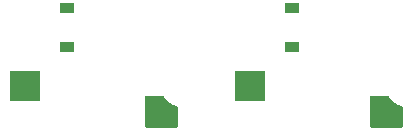
<source format=gbp>
G04 #@! TF.GenerationSoftware,KiCad,Pcbnew,8.0.5*
G04 #@! TF.CreationDate,2024-09-18T07:36:17+09:00*
G04 #@! TF.ProjectId,SandyLP_Middle_Isolated_Area,53616e64-794c-4505-9f4d-6964646c655f,v.0*
G04 #@! TF.SameCoordinates,Original*
G04 #@! TF.FileFunction,Paste,Bot*
G04 #@! TF.FilePolarity,Positive*
%FSLAX46Y46*%
G04 Gerber Fmt 4.6, Leading zero omitted, Abs format (unit mm)*
G04 Created by KiCad (PCBNEW 8.0.5) date 2024-09-18 07:36:17*
%MOMM*%
%LPD*%
G01*
G04 APERTURE LIST*
G04 Aperture macros list*
%AMFreePoly0*
4,1,18,0.629926,1.692426,0.637215,1.683591,0.881507,1.322037,1.335531,0.983935,1.781286,0.836983,1.816077,0.807010,1.822500,0.780000,1.822500,-0.950000,1.804926,-0.992426,1.762500,-1.010000,-0.837500,-1.010000,-0.879926,-0.992426,-0.897500,-0.950000,-0.897500,1.650000,-0.879926,1.692426,-0.837500,1.710000,0.587500,1.710000,0.629926,1.692426,0.629926,1.692426,$1*%
G04 Aperture macros list end*
%ADD10FreePoly0,0.000000*%
%ADD11R,2.600000X2.600000*%
%ADD12R,1.200000X0.900000*%
G04 APERTURE END LIST*
D10*
X42920935Y-55925280D03*
D11*
X31833435Y-53375280D03*
D10*
X61970935Y-55925280D03*
D11*
X50883435Y-53375280D03*
D12*
X35345935Y-46784655D03*
X35345935Y-50084655D03*
X54395935Y-46784655D03*
X54395935Y-50084655D03*
M02*

</source>
